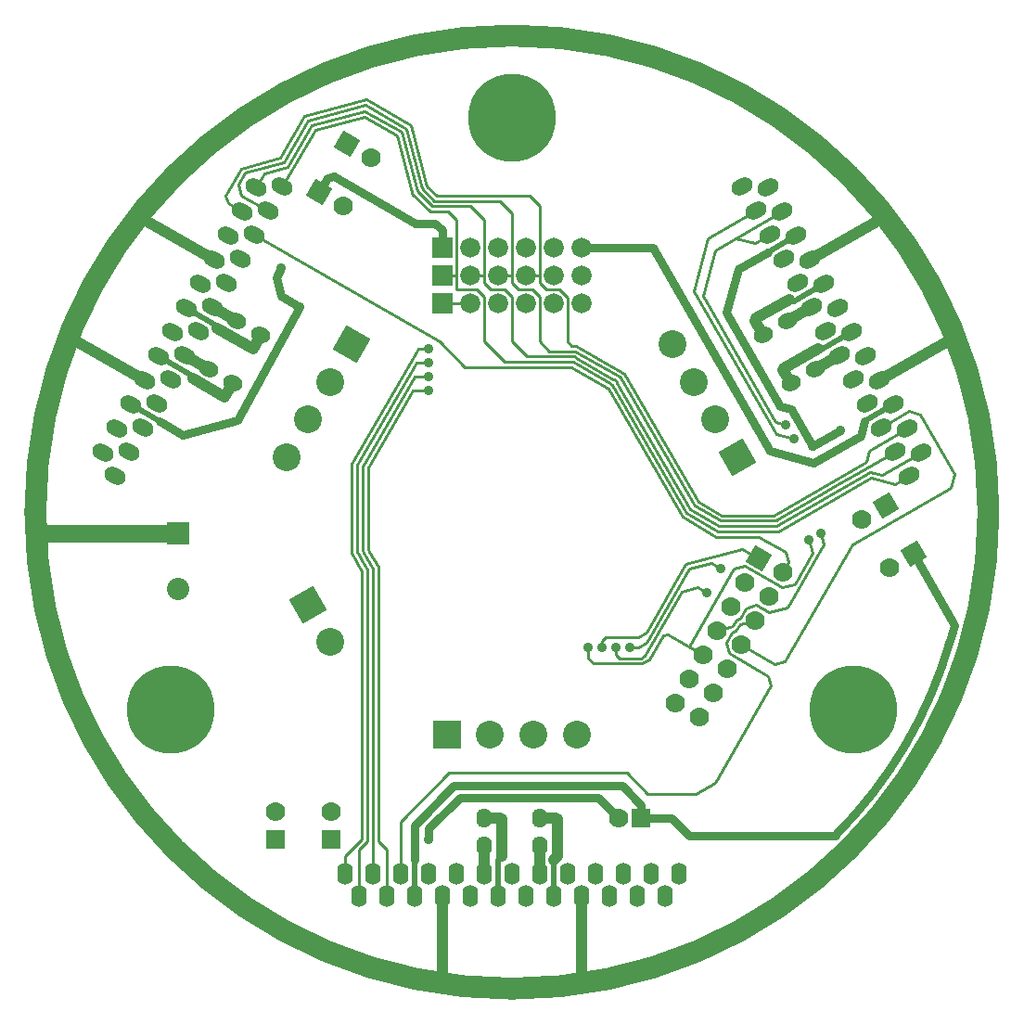
<source format=gtl>
G04 ================== begin FILE IDENTIFICATION RECORD ==================*
G04 Layout Name:  C:/home/kumagai/Develop/OrCAD/SMDriverC_R11/allegro/SMDRIVERC.brd*
G04 Film Name:    GB_SMDriverC.GTL*
G04 File Format:  Gerber RS274X*
G04 File Origin:  Cadence Allegro 16.6-S014*
G04 Origin Date:  Thu Feb 25 00:52:31 2016*
G04 *
G04 Layer:  ETCH/TOP*
G04 Layer:  PIN/TOP*
G04 Layer:  VIA CLASS/TOP*
G04 *
G04 Offset:    (0.0000 0.0000)*
G04 Mirror:    No*
G04 Mode:      Positive*
G04 Rotation:  0*
G04 FullContactRelief:  No*
G04 UndefLineWidth:     0.0000*
G04 ================== end FILE IDENTIFICATION RECORD ====================*
%FSLAX25Y25*MOMM*%
%IR0*IPPOS*OFA0.00000B0.00000*MIA0B0*SFA1.00000B1.00000*%
%AMMACRO28*
21,1,1.4224,.6096,0.0,0.0,120.*
1,1,1.4224,.263965,.1524*
1,1,1.4224,-.263965,-.1524*%
%ADD28MACRO28*%
%AMMACRO27*
21,1,1.4224,.3556,0.0,0.0,120.*
1,1,1.4224,.153979,.0889*
1,1,1.4224,-.153979,-.0889*%
%ADD27MACRO27*%
%ADD20C,.9144*%
%AMMACRO13*
21,1,1.4224,.6096,0.0,0.0,60.*
1,1,1.4224,.263965,-.1524*
1,1,1.4224,-.263965,.1524*%
%ADD13MACRO13*%
%ADD22O,1.4224X2.032*%
%ADD11C,2.032*%
%ADD10C,8.001*%
%AMMACRO18*
21,1,2.54,2.54,0.0,0.0,30.*%
%ADD18MACRO18*%
%ADD17C,2.54*%
%AMMACRO19*
21,1,2.54,2.54,0.0,0.0,60.*%
%ADD19MACRO19*%
%ADD12R,2.032X2.032*%
%AMMACRO14*
21,1,1.4224,.3556,0.0,0.0,60.*
1,1,1.4224,.153979,-.0889*
1,1,1.4224,-.153979,.0889*%
%ADD14MACRO14*%
%ADD24R,2.54X2.54*%
%ADD23O,1.4224X1.778*%
%AMMACRO29*
21,1,1.778,1.778,0.0,0.0,30.*%
%ADD29MACRO29*%
%ADD15C,1.778*%
%AMMACRO21*
21,1,1.778,1.778,0.0,0.0,60.*%
%ADD21MACRO21*%
%ADD26C,1.8288*%
%ADD16R,1.778X1.778*%
%ADD25R,1.8288X1.8288*%
%ADD30C,.8*%
%ADD31C,.254*%
%ADD32C,.508*%
%ADD33C,1.6*%
%ADD34C,1.016*%
G75*
%LPD*%
G75*
G36*
G01X0Y-4450000D02*
G02I0J4450000D01*
G37*
%LPC*%
G75*
G36*
G01X0Y-4250000D02*
G02I0J4250000D01*
G37*
%LPD*%
G75*
G54D10*
X-3117690Y-1800000D03*
X0Y3600000D03*
X3117690Y-1800000D03*
G54D11*
X-3048000Y-698500D03*
G54D20*
X-1936750Y1873250D03*
X-2102980Y2226460D03*
X-762000Y-2984500D03*
Y1238250D03*
Y1111250D03*
Y1365250D03*
Y1492250D03*
X698500Y-1238250D03*
X1079500D03*
X952500D03*
X825500D03*
X1907240Y-514560D03*
X1780240Y-734530D03*
X2714380Y-255020D03*
X2818300Y-195020D03*
X2744550Y599460D03*
X2571700Y670600D03*
X2496700Y800500D03*
X2994890Y744000D03*
G54D30*
G01X-3220300Y832700D02*
X-3003800Y707700D01*
X-2502710Y841950D01*
X-1936750Y1873250D01*
G01X-2102980Y2226460D02*
X-2152980Y2139860D01*
X-2108050Y1972150D01*
X-1936750Y1873250D01*
G01X-635000Y2413000D02*
Y2571750D01*
X-698500Y2635250D01*
X-876550D01*
X-1625510Y3067670D01*
X-1684160Y3051960D01*
X-1759160Y2922060D01*
G01X-889000Y-3175000D02*
Y-2857500D01*
X-532110Y-2500610D01*
X1008360D01*
X1181100Y-2673350D01*
Y-2794000D01*
G01X-762000Y-2984500D02*
Y-2889250D01*
X-476250Y-2603500D01*
X787400D01*
X977900Y-2794000D01*
G01X3216620Y830570D02*
X3181240Y698500D01*
X2752600Y451040D01*
X2358440Y556630D01*
X1286640Y2413000D01*
X635000D01*
G01X3664160Y-377500D02*
X4039790Y-1028100D01*
X4000500Y-1174750D01*
G02X2952750Y-2952750I-3963918J1138168D01*
G01X1619260D01*
X1460510Y-2794000D01*
X1181100D01*
G01X2744550Y599460D02*
X2546650Y942210D01*
X2452110Y967550D01*
X1958680Y1822200D01*
X2064910Y2218690D01*
X2334550Y2374370D01*
G01X2994890Y744000D02*
X2744550Y599460D01*
G54D21*
X-1759160Y2922060D03*
X-1505160Y3362000D03*
X2250740Y-419590D03*
G54D12*
X-3048000Y-190500D03*
G54D31*
G01X0Y2159000D02*
Y2730500D01*
X-110490Y2840990D01*
X-707980D01*
X-818690Y2951700D01*
X-966130Y3501870D01*
X-966140Y3501880D01*
X-1334350Y3714430D01*
X-1861230Y3573320D01*
X-2082260Y3190520D01*
X-2435410Y3095920D01*
X-2495480Y2991880D01*
X-2468660Y2891750D01*
X-2224620Y2750850D01*
G01X254000Y2159000D02*
Y2794000D01*
X158750Y2889250D01*
X-687990D01*
X-775380Y2976640D01*
X-924680Y3533680D01*
X-1327530Y3766220D01*
X-1893030Y3614770D01*
X-2114050Y3231990D01*
X-2467210Y3137370D01*
X-2611530Y2887430D01*
X-2592550Y2816630D01*
X-2464100Y2742470D01*
G01X2470720Y-546590D02*
X2520720Y-459990D01*
X2494840Y-363390D01*
X2252580Y-223520D01*
X1865780D01*
X1556960Y-45230D01*
X879490Y1128090D01*
X547090Y1320000D01*
X-427040D01*
X-662920Y1555880D01*
X-2351620Y2530880D01*
G01X-254000Y2159000D02*
Y2667000D01*
X-379730Y2792730D01*
X-727970D01*
X-861970Y2926730D01*
X-1007580Y3470060D01*
X-1007590Y3470070D01*
X-1341170Y3662640D01*
X-1829420Y3531870D01*
X-2050460Y3149070D01*
X-2262070Y3092390D01*
X-2337100Y2962440D01*
G01X-508000Y2159000D02*
Y2667000D01*
X-585470Y2744470D01*
X-747960D01*
X-910240Y2906750D01*
Y2920380D01*
X-1049030Y3438250D01*
X-1347990Y3610850D01*
X-1797620Y3490420D01*
X-2097620Y2970820D01*
G01X-1270000Y-3302000D02*
Y-511570D01*
X-1350010Y-372970D01*
Y-372960D01*
X-1363480Y-349620D01*
Y417780D01*
X-889790Y1238250D01*
X-762000D01*
G01Y1111250D02*
X-907370D01*
X-1315220Y404820D01*
Y-336690D01*
X-1301750Y-360030D01*
Y-360040D01*
X-1221740Y-498640D01*
Y-3001000D01*
X-1143000Y-3079740D01*
Y-3505200D01*
G01X-762000Y1365250D02*
X-872200D01*
X-1411740Y430730D01*
Y-362550D01*
X-1398270Y-385890D01*
Y-385900D01*
X-1368730Y-437080D01*
X-1318260Y-524530D01*
Y-3005760D01*
X-1397000Y-3084500D01*
Y-3505200D01*
G01X-762000Y1492250D02*
X-854620D01*
X-1460000Y443690D01*
Y-375490D01*
X-1366520Y-537460D01*
Y-2985770D01*
X-1524000Y-3143250D01*
Y-3302000D01*
G01X2216720Y-986530D02*
X2081480Y-1022790D01*
X2045000Y-1085970D01*
X2009310Y-1095540D01*
X1955320Y-1189060D01*
X1982290Y-1289710D01*
X2341600Y-1497160D01*
X2367280Y-1584510D01*
X1857660Y-2467170D01*
X1676530Y-2571750D01*
X1238240D01*
X1047740Y-2381250D01*
X-571490D01*
X-1016000Y-2825760D01*
Y-3302000D01*
G01X-508000Y2159000D02*
Y2032000D01*
X-322250D01*
X-254000Y1963750D01*
Y1555750D01*
X-68250Y1370000D01*
X557050D01*
X879590Y1183780D01*
X879610Y1183760D01*
X916200Y1162630D01*
X1593620Y-10660D01*
X1878720Y-175260D01*
X2429510D01*
X2446190Y-165630D01*
X2446210D01*
X3278970Y315170D01*
X3494070Y257540D01*
X3621620Y331180D01*
G01X-127000Y2159000D02*
X0D01*
G01X-254000D02*
Y2095500D01*
X-190500Y2032000D01*
X-63510D01*
X0Y1968490D01*
Y1555760D01*
X135760Y1420000D01*
X566970D01*
X598480Y1401810D01*
X909220Y1222400D01*
X909240Y1222380D01*
X947410Y1200340D01*
X951530Y1197960D01*
X957660Y1194420D01*
X961200Y1181220D01*
X1629020Y24640D01*
X1891660Y-127000D01*
X2416570D01*
X3272150Y366960D01*
X3379710Y338150D01*
X3734100Y542760D01*
G01X-381000Y2159000D02*
X-254000D01*
G01X-508000D02*
X-635000D01*
G01X-381000Y1905000D02*
X-635000D01*
G01X0Y2159000D02*
Y2095500D01*
X63500Y2032000D01*
X185750D01*
X254000Y1963750D01*
Y1555760D01*
X339760Y1470000D01*
X576900D01*
X938870Y1261010D01*
X938890Y1261000D01*
X980860Y1236760D01*
X993480Y1229470D01*
X1670950Y56170D01*
X1904600Y-78740D01*
X2410700D01*
X2420360Y-69080D01*
X2759990Y127000D01*
X2990780Y260250D01*
X3142630Y347920D01*
X3142660Y347950D01*
X3494620Y551150D01*
G01X254000Y2159000D02*
Y2095500D01*
X317500Y2032000D01*
X433620D01*
X508000Y1957620D01*
Y1555750D01*
X543750Y1520000D01*
X586850D01*
X1028810Y1264810D01*
X1706320Y91480D01*
X1917540Y-30480D01*
X2390690D01*
X3231880Y455190D01*
X3260700Y562730D01*
X3607100Y762730D01*
G01X127000Y2159000D02*
X254000D01*
G01X698500Y-1238250D02*
Y-1333500D01*
X746770Y-1381760D01*
X1187700D01*
X1250600Y-1345440D01*
X1377940Y-1124880D01*
X1420560Y-1113450D01*
X1742740Y-1299470D01*
G01X1907240Y-514560D02*
X1820640Y-464560D01*
X1616080Y-519360D01*
X1225750Y-1195390D01*
X1151510Y-1238250D01*
X1079500D01*
G01X1780240Y-734530D02*
X1696660Y-686270D01*
X1553260Y-724700D01*
X1215230Y-1310130D01*
X1174760Y-1333500D01*
X986790D01*
X952500Y-1299210D01*
Y-1238250D01*
G01X825500D02*
Y-1174750D01*
X857250Y-1143000D01*
X1151510D01*
X1224640Y-1100780D01*
X1587510Y-472300D01*
X2102860Y-334210D01*
X2250740Y-419590D01*
G01X2714380Y-255020D02*
X2745440Y-370870D01*
X2580950Y-655770D01*
X2463730Y-687170D01*
X2124960Y-491600D01*
X2023590Y-518750D01*
X1615310Y-1225890D01*
X1742740Y-1299470D01*
G01X2089720Y-1206500D02*
X2400110Y-1385710D01*
X2489260Y-1361830D01*
X3104670Y-295920D01*
X4007580Y225390D01*
X4041590Y352350D01*
X3729070Y893670D01*
X3627170Y920970D01*
X3367620Y771120D01*
G01X1869740Y-1079500D02*
X2011880Y-1041390D01*
X2048700Y-977600D01*
X2080420Y-969100D01*
X2134540Y-875350D01*
X2226060Y-845890D01*
X2346380Y-915360D01*
X2512500Y-870840D01*
X2845070Y-294850D01*
X2818300Y-195020D01*
G01X2496700Y800500D02*
X2406970Y824540D01*
X1744990Y1971080D01*
X1857900Y2392470D01*
X2000790Y2474970D01*
G01X2571700Y670600D02*
X2416020Y712310D01*
X1662220Y2017900D01*
X1791620Y2500850D01*
X2224620Y2750850D01*
G01X2000790Y2474970D02*
X2042680Y2499160D01*
X2216160Y2452680D01*
X2351620Y2530880D01*
G01X2000790Y2474970D02*
X2464100Y2742470D01*
G54D22*
X-1397000Y-3505200D03*
X-1143000D03*
X-889000D03*
X-1524000Y-3302000D03*
X-1270000D03*
X-1016000D03*
X-635000Y-3505200D03*
X-381000D03*
X-127000D03*
X-762000Y-3302000D03*
X-508000D03*
X-254000D03*
X127000Y-3505200D03*
X381000D03*
X635000D03*
X0Y-3302000D03*
X254000D03*
X508000D03*
X889000Y-3505200D03*
X1143000D03*
X1397000D03*
X762000Y-3302000D03*
X1016000D03*
X1270000D03*
X1524000D03*
G54D13*
X-3607100Y762730D03*
X-3734100Y542760D03*
X-3367620Y771120D03*
X-3494620Y551150D03*
X-3621620Y331180D03*
X-3226100Y1422640D03*
X-3353100Y1202670D03*
X-3480100Y982700D03*
X-3113620Y1211060D03*
X-3240620Y991090D03*
X-3099100Y1642610D03*
X-2986620Y1431030D03*
X-2718100Y2302530D03*
X-2845100Y2082560D03*
X-2972100Y1862590D03*
X-2478620Y2310910D03*
X-2605620Y2090940D03*
X-2732620Y1870970D03*
X-2859620Y1651000D03*
X-2337100Y2962440D03*
X-2464100Y2742470D03*
X-2591100Y2522500D03*
X-2351620Y2530880D03*
X-2097620Y2970820D03*
X-2224620Y2750850D03*
G54D32*
G01X-2915000Y1217780D02*
X-2923000Y1247640D01*
X-3226100Y1422640D01*
G01X-3480100Y982700D02*
X-3220300Y832700D01*
G01X-2689100Y1678510D02*
X-2695660Y1702970D01*
X-2972100Y1862590D01*
G01X-889000Y-3505200D02*
Y-3175000D01*
G01X-95250Y-3143250D02*
X-127000Y-3175000D01*
Y-3505200D01*
G01X381000Y-3175000D02*
Y-3505200D01*
G01X3480100Y982700D02*
X3216620Y830570D01*
G01X2334550Y2374370D02*
X2591100Y2522500D01*
G01X2528370Y1939860D02*
X2575900Y1927130D01*
X2845100Y2082560D01*
G01X3099100Y1642610D02*
X2838680Y1492250D01*
X2794000D01*
G54D23*
X-254000Y-3048000D03*
Y-2794000D03*
X254000Y-3048000D03*
Y-2794000D03*
G54D14*
X-2766650Y1304030D03*
X-2546670Y1177030D03*
X-2512650Y1743970D03*
X-2292670Y1616970D03*
G54D33*
G01X-3048000Y-190500D02*
X-4349750D01*
G54D15*
X-1651000Y-2730500D03*
X-2159000D03*
X-1539180Y2795060D03*
X-1285180Y3235000D03*
X977900Y-2794000D03*
X1488740Y-1739410D03*
X1708720Y-1866410D03*
X1835720Y-1646440D03*
X1615740Y-1519440D03*
X1962720Y-1426470D03*
X2089720Y-1206500D03*
X2216720Y-986530D03*
X1742740Y-1299470D03*
X1869740Y-1079500D03*
X1996740Y-859530D03*
X2123740Y-639560D03*
X2343720Y-766560D03*
X2470720Y-546590D03*
X3190180Y-64560D03*
X3444180Y-504500D03*
G54D24*
X-594360Y-2032000D03*
G54D34*
G01X-3353100Y1202670D02*
X-3959300Y1552670D01*
G01X-2546670Y1177030D02*
X-2621110Y1048100D01*
X-2915000Y1217780D01*
G01X-2718100Y2302530D02*
X-3324300Y2652530D01*
G01X-2986620Y1431030D02*
X-2766650Y1304030D01*
G01X-2732620Y1870970D02*
X-2512650Y1743970D01*
G01X-2292670Y1616970D02*
X-2365140Y1491440D01*
X-2689100Y1678510D01*
G01X-635000Y-3505200D02*
Y-4286250D01*
G01X-254000Y-2794000D02*
X-105250D01*
X-95250Y-2804000D01*
Y-3143250D01*
G01X-254000Y-3302000D02*
Y-3048000D01*
G01X635000Y-3505200D02*
Y-4318000D01*
G01X254000Y-3302000D02*
Y-3048000D01*
G01Y-2794000D02*
X402750D01*
X412750Y-2804000D01*
Y-3143250D01*
X381000Y-3175000D01*
G01X2292670Y1616970D02*
X2221030Y1741050D01*
X2228220Y1766570D01*
X2528370Y1939860D01*
G01X2794000Y1492250D02*
X2480990Y1311530D01*
X2477200Y1297360D01*
X2546670Y1177030D01*
G01X2766650Y1304030D02*
X2986620Y1431030D01*
G01X2732620Y1870970D02*
X2512650Y1743970D01*
G01X2718100Y2302530D02*
X3324300Y2652530D01*
G01X3353100Y1202670D02*
X3959300Y1552670D01*
G54D25*
X-635000Y2159000D03*
Y1905000D03*
Y2413000D03*
G54D16*
X-1651000Y-2984500D03*
X-2159000D03*
X1181100Y-2794000D03*
G54D26*
X-127000Y2159000D03*
X-381000D03*
X-127000Y1905000D03*
X-381000D03*
X-127000Y2413000D03*
X-381000D03*
X635000Y2159000D03*
X381000D03*
X127000D03*
X635000Y1905000D03*
X381000D03*
X127000D03*
X635000Y2413000D03*
X381000D03*
X127000D03*
G54D17*
X-1660700Y-1187580D03*
X-2056940Y501270D03*
X-1858820Y844420D03*
X-1660700Y1187580D03*
X-198120Y-2032000D03*
X594360D03*
X198120D03*
X1462580Y1530730D03*
X1858820Y844420D03*
X1660700Y1187580D03*
G54D18*
X-1858820Y-844420D03*
X2056940Y501270D03*
G54D27*
X2292670Y1616970D03*
X2766650Y1304030D03*
X2546670Y1177030D03*
X2512650Y1743970D03*
G54D19*
X-1462580Y1530730D03*
G54D28*
X2224620Y2750850D03*
X2097620Y2970820D03*
X2986620Y1431030D03*
X2972100Y1862590D03*
X2845100Y2082560D03*
X2718100Y2302530D03*
X2859620Y1651000D03*
X2732620Y1870970D03*
X2605620Y2090940D03*
X2478620Y2310910D03*
X2591100Y2522500D03*
X2464100Y2742470D03*
X2337100Y2962440D03*
X2351620Y2530880D03*
X3734100Y542760D03*
X3607100Y762730D03*
X3621620Y331180D03*
X3494620Y551150D03*
X3367620Y771120D03*
X3480100Y982700D03*
X3353100Y1202670D03*
X3226100Y1422640D03*
X3240620Y991090D03*
X3113620Y1211060D03*
X3099100Y1642610D03*
G54D29*
X3664160Y-377500D03*
X3410160Y62440D03*
M02*

</source>
